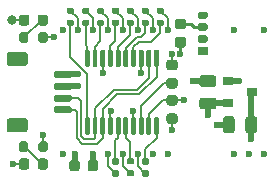
<source format=gbr>
%TF.GenerationSoftware,KiCad,Pcbnew,5.1.8-db9833491~87~ubuntu20.04.1*%
%TF.CreationDate,2020-11-05T18:03:58+01:00*%
%TF.ProjectId,rosalyn-sat,726f7361-6c79-46e2-9d73-61742e6b6963,v1.0*%
%TF.SameCoordinates,Original*%
%TF.FileFunction,Copper,L1,Top*%
%TF.FilePolarity,Positive*%
%FSLAX46Y46*%
G04 Gerber Fmt 4.6, Leading zero omitted, Abs format (unit mm)*
G04 Created by KiCad (PCBNEW 5.1.8-db9833491~87~ubuntu20.04.1) date 2020-11-05 18:03:58*
%MOMM*%
%LPD*%
G01*
G04 APERTURE LIST*
%TA.AperFunction,ComponentPad*%
%ADD10R,0.850000X0.650000*%
%TD*%
%TA.AperFunction,SMDPad,CuDef*%
%ADD11R,0.900000X0.800000*%
%TD*%
%TA.AperFunction,ViaPad*%
%ADD12C,0.600000*%
%TD*%
%TA.AperFunction,ViaPad*%
%ADD13C,0.800000*%
%TD*%
%TA.AperFunction,Conductor*%
%ADD14C,0.200000*%
%TD*%
%TA.AperFunction,Conductor*%
%ADD15C,0.500000*%
%TD*%
%TA.AperFunction,Conductor*%
%ADD16C,0.250000*%
%TD*%
G04 APERTURE END LIST*
%TO.P,J2,1*%
%TO.N,+5V*%
%TA.AperFunction,SMDPad,CuDef*%
G36*
G01*
X129375000Y-99200000D02*
X130625000Y-99200000D01*
G75*
G02*
X130775000Y-99350000I0J-150000D01*
G01*
X130775000Y-99650000D01*
G75*
G02*
X130625000Y-99800000I-150000J0D01*
G01*
X129375000Y-99800000D01*
G75*
G02*
X129225000Y-99650000I0J150000D01*
G01*
X129225000Y-99350000D01*
G75*
G02*
X129375000Y-99200000I150000J0D01*
G01*
G37*
%TD.AperFunction*%
%TO.P,J2,2*%
%TO.N,GND*%
%TA.AperFunction,SMDPad,CuDef*%
G36*
G01*
X129375000Y-100200000D02*
X130625000Y-100200000D01*
G75*
G02*
X130775000Y-100350000I0J-150000D01*
G01*
X130775000Y-100650000D01*
G75*
G02*
X130625000Y-100800000I-150000J0D01*
G01*
X129375000Y-100800000D01*
G75*
G02*
X129225000Y-100650000I0J150000D01*
G01*
X129225000Y-100350000D01*
G75*
G02*
X129375000Y-100200000I150000J0D01*
G01*
G37*
%TD.AperFunction*%
%TO.P,J2,3*%
%TO.N,i2c_scl*%
%TA.AperFunction,SMDPad,CuDef*%
G36*
G01*
X129375000Y-101200000D02*
X130625000Y-101200000D01*
G75*
G02*
X130775000Y-101350000I0J-150000D01*
G01*
X130775000Y-101650000D01*
G75*
G02*
X130625000Y-101800000I-150000J0D01*
G01*
X129375000Y-101800000D01*
G75*
G02*
X129225000Y-101650000I0J150000D01*
G01*
X129225000Y-101350000D01*
G75*
G02*
X129375000Y-101200000I150000J0D01*
G01*
G37*
%TD.AperFunction*%
%TO.P,J2,4*%
%TO.N,i2c_sda*%
%TA.AperFunction,SMDPad,CuDef*%
G36*
G01*
X129375000Y-102200000D02*
X130625000Y-102200000D01*
G75*
G02*
X130775000Y-102350000I0J-150000D01*
G01*
X130775000Y-102650000D01*
G75*
G02*
X130625000Y-102800000I-150000J0D01*
G01*
X129375000Y-102800000D01*
G75*
G02*
X129225000Y-102650000I0J150000D01*
G01*
X129225000Y-102350000D01*
G75*
G02*
X129375000Y-102200000I150000J0D01*
G01*
G37*
%TD.AperFunction*%
%TO.P,J2,MP*%
%TO.N,N/C*%
%TA.AperFunction,SMDPad,CuDef*%
G36*
G01*
X125474999Y-97600000D02*
X126775001Y-97600000D01*
G75*
G02*
X127025000Y-97849999I0J-249999D01*
G01*
X127025000Y-98550001D01*
G75*
G02*
X126775001Y-98800000I-249999J0D01*
G01*
X125474999Y-98800000D01*
G75*
G02*
X125225000Y-98550001I0J249999D01*
G01*
X125225000Y-97849999D01*
G75*
G02*
X125474999Y-97600000I249999J0D01*
G01*
G37*
%TD.AperFunction*%
%TA.AperFunction,SMDPad,CuDef*%
G36*
G01*
X125474999Y-103200000D02*
X126775001Y-103200000D01*
G75*
G02*
X127025000Y-103449999I0J-249999D01*
G01*
X127025000Y-104150001D01*
G75*
G02*
X126775001Y-104400000I-249999J0D01*
G01*
X125474999Y-104400000D01*
G75*
G02*
X125225000Y-104150001I0J249999D01*
G01*
X125225000Y-103449999D01*
G75*
G02*
X125474999Y-103200000I249999J0D01*
G01*
G37*
%TD.AperFunction*%
%TD*%
%TO.P,J1,4*%
%TO.N,hmi_error*%
%TA.AperFunction,ComponentPad*%
G36*
G01*
X142255000Y-94337500D02*
X142255000Y-94662500D01*
G75*
G02*
X142092500Y-94825000I-162500J0D01*
G01*
X141567500Y-94825000D01*
G75*
G02*
X141405000Y-94662500I0J162500D01*
G01*
X141405000Y-94337500D01*
G75*
G02*
X141567500Y-94175000I162500J0D01*
G01*
X142092500Y-94175000D01*
G75*
G02*
X142255000Y-94337500I0J-162500D01*
G01*
G37*
%TD.AperFunction*%
%TO.P,J1,3*%
%TO.N,nrst*%
%TA.AperFunction,ComponentPad*%
G36*
G01*
X142255000Y-95337500D02*
X142255000Y-95662500D01*
G75*
G02*
X142092500Y-95825000I-162500J0D01*
G01*
X141567500Y-95825000D01*
G75*
G02*
X141405000Y-95662500I0J162500D01*
G01*
X141405000Y-95337500D01*
G75*
G02*
X141567500Y-95175000I162500J0D01*
G01*
X142092500Y-95175000D01*
G75*
G02*
X142255000Y-95337500I0J-162500D01*
G01*
G37*
%TD.AperFunction*%
%TO.P,J1,2*%
%TO.N,GND*%
%TA.AperFunction,ComponentPad*%
G36*
G01*
X142255000Y-96337500D02*
X142255000Y-96662500D01*
G75*
G02*
X142092500Y-96825000I-162500J0D01*
G01*
X141567500Y-96825000D01*
G75*
G02*
X141405000Y-96662500I0J162500D01*
G01*
X141405000Y-96337500D01*
G75*
G02*
X141567500Y-96175000I162500J0D01*
G01*
X142092500Y-96175000D01*
G75*
G02*
X142255000Y-96337500I0J-162500D01*
G01*
G37*
%TD.AperFunction*%
D10*
%TO.P,J1,1*%
%TO.N,+5V*%
X141830000Y-97500000D03*
%TD*%
%TO.P,R12,2*%
%TO.N,Net-(D2-Pad1)*%
%TA.AperFunction,SMDPad,CuDef*%
G36*
G01*
X127075000Y-96095000D02*
X127075000Y-96645000D01*
G75*
G02*
X126875000Y-96845000I-200000J0D01*
G01*
X126475000Y-96845000D01*
G75*
G02*
X126275000Y-96645000I0J200000D01*
G01*
X126275000Y-96095000D01*
G75*
G02*
X126475000Y-95895000I200000J0D01*
G01*
X126875000Y-95895000D01*
G75*
G02*
X127075000Y-96095000I0J-200000D01*
G01*
G37*
%TD.AperFunction*%
%TO.P,R12,1*%
%TO.N,hmi_error*%
%TA.AperFunction,SMDPad,CuDef*%
G36*
G01*
X128725000Y-96095000D02*
X128725000Y-96645000D01*
G75*
G02*
X128525000Y-96845000I-200000J0D01*
G01*
X128125000Y-96845000D01*
G75*
G02*
X127925000Y-96645000I0J200000D01*
G01*
X127925000Y-96095000D01*
G75*
G02*
X128125000Y-95895000I200000J0D01*
G01*
X128525000Y-95895000D01*
G75*
G02*
X128725000Y-96095000I0J-200000D01*
G01*
G37*
%TD.AperFunction*%
%TD*%
%TO.P,D2,2*%
%TO.N,+5V*%
%TA.AperFunction,SMDPad,CuDef*%
G36*
G01*
X127150000Y-94643750D02*
X127150000Y-95156250D01*
G75*
G02*
X126931250Y-95375000I-218750J0D01*
G01*
X126493750Y-95375000D01*
G75*
G02*
X126275000Y-95156250I0J218750D01*
G01*
X126275000Y-94643750D01*
G75*
G02*
X126493750Y-94425000I218750J0D01*
G01*
X126931250Y-94425000D01*
G75*
G02*
X127150000Y-94643750I0J-218750D01*
G01*
G37*
%TD.AperFunction*%
%TO.P,D2,1*%
%TO.N,Net-(D2-Pad1)*%
%TA.AperFunction,SMDPad,CuDef*%
G36*
G01*
X128725000Y-94643750D02*
X128725000Y-95156250D01*
G75*
G02*
X128506250Y-95375000I-218750J0D01*
G01*
X128068750Y-95375000D01*
G75*
G02*
X127850000Y-95156250I0J218750D01*
G01*
X127850000Y-94643750D01*
G75*
G02*
X128068750Y-94425000I218750J0D01*
G01*
X128506250Y-94425000D01*
G75*
G02*
X128725000Y-94643750I0J-218750D01*
G01*
G37*
%TD.AperFunction*%
%TD*%
%TO.P,R11,2*%
%TO.N,Net-(D1-Pad1)*%
%TA.AperFunction,SMDPad,CuDef*%
G36*
G01*
X127075000Y-105355000D02*
X127075000Y-105905000D01*
G75*
G02*
X126875000Y-106105000I-200000J0D01*
G01*
X126475000Y-106105000D01*
G75*
G02*
X126275000Y-105905000I0J200000D01*
G01*
X126275000Y-105355000D01*
G75*
G02*
X126475000Y-105155000I200000J0D01*
G01*
X126875000Y-105155000D01*
G75*
G02*
X127075000Y-105355000I0J-200000D01*
G01*
G37*
%TD.AperFunction*%
%TO.P,R11,1*%
%TO.N,hmi_status*%
%TA.AperFunction,SMDPad,CuDef*%
G36*
G01*
X128725000Y-105355000D02*
X128725000Y-105905000D01*
G75*
G02*
X128525000Y-106105000I-200000J0D01*
G01*
X128125000Y-106105000D01*
G75*
G02*
X127925000Y-105905000I0J200000D01*
G01*
X127925000Y-105355000D01*
G75*
G02*
X128125000Y-105155000I200000J0D01*
G01*
X128525000Y-105155000D01*
G75*
G02*
X128725000Y-105355000I0J-200000D01*
G01*
G37*
%TD.AperFunction*%
%TD*%
%TO.P,D1,2*%
%TO.N,+5V*%
%TA.AperFunction,SMDPad,CuDef*%
G36*
G01*
X127150000Y-106833750D02*
X127150000Y-107346250D01*
G75*
G02*
X126931250Y-107565000I-218750J0D01*
G01*
X126493750Y-107565000D01*
G75*
G02*
X126275000Y-107346250I0J218750D01*
G01*
X126275000Y-106833750D01*
G75*
G02*
X126493750Y-106615000I218750J0D01*
G01*
X126931250Y-106615000D01*
G75*
G02*
X127150000Y-106833750I0J-218750D01*
G01*
G37*
%TD.AperFunction*%
%TO.P,D1,1*%
%TO.N,Net-(D1-Pad1)*%
%TA.AperFunction,SMDPad,CuDef*%
G36*
G01*
X128725000Y-106833750D02*
X128725000Y-107346250D01*
G75*
G02*
X128506250Y-107565000I-218750J0D01*
G01*
X128068750Y-107565000D01*
G75*
G02*
X127850000Y-107346250I0J218750D01*
G01*
X127850000Y-106833750D01*
G75*
G02*
X128068750Y-106615000I218750J0D01*
G01*
X128506250Y-106615000D01*
G75*
G02*
X128725000Y-106833750I0J-218750D01*
G01*
G37*
%TD.AperFunction*%
%TD*%
%TO.P,R10,2*%
%TO.N,Net-(R10-Pad2)*%
%TA.AperFunction,SMDPad,CuDef*%
G36*
G01*
X133365000Y-94390000D02*
X132995000Y-94390000D01*
G75*
G02*
X132860000Y-94255000I0J135000D01*
G01*
X132860000Y-93985000D01*
G75*
G02*
X132995000Y-93850000I135000J0D01*
G01*
X133365000Y-93850000D01*
G75*
G02*
X133500000Y-93985000I0J-135000D01*
G01*
X133500000Y-94255000D01*
G75*
G02*
X133365000Y-94390000I-135000J0D01*
G01*
G37*
%TD.AperFunction*%
%TO.P,R10,1*%
%TO.N,e22_nrst*%
%TA.AperFunction,SMDPad,CuDef*%
G36*
G01*
X133365000Y-95410000D02*
X132995000Y-95410000D01*
G75*
G02*
X132860000Y-95275000I0J135000D01*
G01*
X132860000Y-95005000D01*
G75*
G02*
X132995000Y-94870000I135000J0D01*
G01*
X133365000Y-94870000D01*
G75*
G02*
X133500000Y-95005000I0J-135000D01*
G01*
X133500000Y-95275000D01*
G75*
G02*
X133365000Y-95410000I-135000J0D01*
G01*
G37*
%TD.AperFunction*%
%TD*%
%TO.P,R9,2*%
%TO.N,Net-(R9-Pad2)*%
%TA.AperFunction,SMDPad,CuDef*%
G36*
G01*
X132105000Y-94380000D02*
X131735000Y-94380000D01*
G75*
G02*
X131600000Y-94245000I0J135000D01*
G01*
X131600000Y-93975000D01*
G75*
G02*
X131735000Y-93840000I135000J0D01*
G01*
X132105000Y-93840000D01*
G75*
G02*
X132240000Y-93975000I0J-135000D01*
G01*
X132240000Y-94245000D01*
G75*
G02*
X132105000Y-94380000I-135000J0D01*
G01*
G37*
%TD.AperFunction*%
%TO.P,R9,1*%
%TO.N,e22_busy*%
%TA.AperFunction,SMDPad,CuDef*%
G36*
G01*
X132105000Y-95400000D02*
X131735000Y-95400000D01*
G75*
G02*
X131600000Y-95265000I0J135000D01*
G01*
X131600000Y-94995000D01*
G75*
G02*
X131735000Y-94860000I135000J0D01*
G01*
X132105000Y-94860000D01*
G75*
G02*
X132240000Y-94995000I0J-135000D01*
G01*
X132240000Y-95265000D01*
G75*
G02*
X132105000Y-95400000I-135000J0D01*
G01*
G37*
%TD.AperFunction*%
%TD*%
%TO.P,R8,2*%
%TO.N,Net-(R8-Pad2)*%
%TA.AperFunction,SMDPad,CuDef*%
G36*
G01*
X134255000Y-107610000D02*
X134625000Y-107610000D01*
G75*
G02*
X134760000Y-107745000I0J-135000D01*
G01*
X134760000Y-108015000D01*
G75*
G02*
X134625000Y-108150000I-135000J0D01*
G01*
X134255000Y-108150000D01*
G75*
G02*
X134120000Y-108015000I0J135000D01*
G01*
X134120000Y-107745000D01*
G75*
G02*
X134255000Y-107610000I135000J0D01*
G01*
G37*
%TD.AperFunction*%
%TO.P,R8,1*%
%TO.N,e22_dio2*%
%TA.AperFunction,SMDPad,CuDef*%
G36*
G01*
X134255000Y-106590000D02*
X134625000Y-106590000D01*
G75*
G02*
X134760000Y-106725000I0J-135000D01*
G01*
X134760000Y-106995000D01*
G75*
G02*
X134625000Y-107130000I-135000J0D01*
G01*
X134255000Y-107130000D01*
G75*
G02*
X134120000Y-106995000I0J135000D01*
G01*
X134120000Y-106725000D01*
G75*
G02*
X134255000Y-106590000I135000J0D01*
G01*
G37*
%TD.AperFunction*%
%TD*%
%TO.P,R7,2*%
%TO.N,Net-(R7-Pad2)*%
%TA.AperFunction,SMDPad,CuDef*%
G36*
G01*
X130815000Y-94390000D02*
X130445000Y-94390000D01*
G75*
G02*
X130310000Y-94255000I0J135000D01*
G01*
X130310000Y-93985000D01*
G75*
G02*
X130445000Y-93850000I135000J0D01*
G01*
X130815000Y-93850000D01*
G75*
G02*
X130950000Y-93985000I0J-135000D01*
G01*
X130950000Y-94255000D01*
G75*
G02*
X130815000Y-94390000I-135000J0D01*
G01*
G37*
%TD.AperFunction*%
%TO.P,R7,1*%
%TO.N,e22_dio1*%
%TA.AperFunction,SMDPad,CuDef*%
G36*
G01*
X130815000Y-95410000D02*
X130445000Y-95410000D01*
G75*
G02*
X130310000Y-95275000I0J135000D01*
G01*
X130310000Y-95005000D01*
G75*
G02*
X130445000Y-94870000I135000J0D01*
G01*
X130815000Y-94870000D01*
G75*
G02*
X130950000Y-95005000I0J-135000D01*
G01*
X130950000Y-95275000D01*
G75*
G02*
X130815000Y-95410000I-135000J0D01*
G01*
G37*
%TD.AperFunction*%
%TD*%
%TO.P,R6,2*%
%TO.N,Net-(R6-Pad2)*%
%TA.AperFunction,SMDPad,CuDef*%
G36*
G01*
X135525000Y-107600000D02*
X135895000Y-107600000D01*
G75*
G02*
X136030000Y-107735000I0J-135000D01*
G01*
X136030000Y-108005000D01*
G75*
G02*
X135895000Y-108140000I-135000J0D01*
G01*
X135525000Y-108140000D01*
G75*
G02*
X135390000Y-108005000I0J135000D01*
G01*
X135390000Y-107735000D01*
G75*
G02*
X135525000Y-107600000I135000J0D01*
G01*
G37*
%TD.AperFunction*%
%TO.P,R6,1*%
%TO.N,e22_txen*%
%TA.AperFunction,SMDPad,CuDef*%
G36*
G01*
X135525000Y-106580000D02*
X135895000Y-106580000D01*
G75*
G02*
X136030000Y-106715000I0J-135000D01*
G01*
X136030000Y-106985000D01*
G75*
G02*
X135895000Y-107120000I-135000J0D01*
G01*
X135525000Y-107120000D01*
G75*
G02*
X135390000Y-106985000I0J135000D01*
G01*
X135390000Y-106715000D01*
G75*
G02*
X135525000Y-106580000I135000J0D01*
G01*
G37*
%TD.AperFunction*%
%TD*%
%TO.P,R5,2*%
%TO.N,Net-(R5-Pad2)*%
%TA.AperFunction,SMDPad,CuDef*%
G36*
G01*
X136795000Y-107620000D02*
X137165000Y-107620000D01*
G75*
G02*
X137300000Y-107755000I0J-135000D01*
G01*
X137300000Y-108025000D01*
G75*
G02*
X137165000Y-108160000I-135000J0D01*
G01*
X136795000Y-108160000D01*
G75*
G02*
X136660000Y-108025000I0J135000D01*
G01*
X136660000Y-107755000D01*
G75*
G02*
X136795000Y-107620000I135000J0D01*
G01*
G37*
%TD.AperFunction*%
%TO.P,R5,1*%
%TO.N,e22_rxen*%
%TA.AperFunction,SMDPad,CuDef*%
G36*
G01*
X136795000Y-106600000D02*
X137165000Y-106600000D01*
G75*
G02*
X137300000Y-106735000I0J-135000D01*
G01*
X137300000Y-107005000D01*
G75*
G02*
X137165000Y-107140000I-135000J0D01*
G01*
X136795000Y-107140000D01*
G75*
G02*
X136660000Y-107005000I0J135000D01*
G01*
X136660000Y-106735000D01*
G75*
G02*
X136795000Y-106600000I135000J0D01*
G01*
G37*
%TD.AperFunction*%
%TD*%
%TO.P,R4,2*%
%TO.N,spi_mosi*%
%TA.AperFunction,SMDPad,CuDef*%
G36*
G01*
X135525000Y-94870000D02*
X135895000Y-94870000D01*
G75*
G02*
X136030000Y-95005000I0J-135000D01*
G01*
X136030000Y-95275000D01*
G75*
G02*
X135895000Y-95410000I-135000J0D01*
G01*
X135525000Y-95410000D01*
G75*
G02*
X135390000Y-95275000I0J135000D01*
G01*
X135390000Y-95005000D01*
G75*
G02*
X135525000Y-94870000I135000J0D01*
G01*
G37*
%TD.AperFunction*%
%TO.P,R4,1*%
%TO.N,Net-(R4-Pad1)*%
%TA.AperFunction,SMDPad,CuDef*%
G36*
G01*
X135525000Y-93850000D02*
X135895000Y-93850000D01*
G75*
G02*
X136030000Y-93985000I0J-135000D01*
G01*
X136030000Y-94255000D01*
G75*
G02*
X135895000Y-94390000I-135000J0D01*
G01*
X135525000Y-94390000D01*
G75*
G02*
X135390000Y-94255000I0J135000D01*
G01*
X135390000Y-93985000D01*
G75*
G02*
X135525000Y-93850000I135000J0D01*
G01*
G37*
%TD.AperFunction*%
%TD*%
%TO.P,R3,2*%
%TO.N,spi_miso*%
%TA.AperFunction,SMDPad,CuDef*%
G36*
G01*
X134265000Y-94860000D02*
X134635000Y-94860000D01*
G75*
G02*
X134770000Y-94995000I0J-135000D01*
G01*
X134770000Y-95265000D01*
G75*
G02*
X134635000Y-95400000I-135000J0D01*
G01*
X134265000Y-95400000D01*
G75*
G02*
X134130000Y-95265000I0J135000D01*
G01*
X134130000Y-94995000D01*
G75*
G02*
X134265000Y-94860000I135000J0D01*
G01*
G37*
%TD.AperFunction*%
%TO.P,R3,1*%
%TO.N,Net-(R3-Pad1)*%
%TA.AperFunction,SMDPad,CuDef*%
G36*
G01*
X134265000Y-93840000D02*
X134635000Y-93840000D01*
G75*
G02*
X134770000Y-93975000I0J-135000D01*
G01*
X134770000Y-94245000D01*
G75*
G02*
X134635000Y-94380000I-135000J0D01*
G01*
X134265000Y-94380000D01*
G75*
G02*
X134130000Y-94245000I0J135000D01*
G01*
X134130000Y-93975000D01*
G75*
G02*
X134265000Y-93840000I135000J0D01*
G01*
G37*
%TD.AperFunction*%
%TD*%
%TO.P,R2,2*%
%TO.N,spi_sck*%
%TA.AperFunction,SMDPad,CuDef*%
G36*
G01*
X136795000Y-94860000D02*
X137165000Y-94860000D01*
G75*
G02*
X137300000Y-94995000I0J-135000D01*
G01*
X137300000Y-95265000D01*
G75*
G02*
X137165000Y-95400000I-135000J0D01*
G01*
X136795000Y-95400000D01*
G75*
G02*
X136660000Y-95265000I0J135000D01*
G01*
X136660000Y-94995000D01*
G75*
G02*
X136795000Y-94860000I135000J0D01*
G01*
G37*
%TD.AperFunction*%
%TO.P,R2,1*%
%TO.N,Net-(R2-Pad1)*%
%TA.AperFunction,SMDPad,CuDef*%
G36*
G01*
X136795000Y-93840000D02*
X137165000Y-93840000D01*
G75*
G02*
X137300000Y-93975000I0J-135000D01*
G01*
X137300000Y-94245000D01*
G75*
G02*
X137165000Y-94380000I-135000J0D01*
G01*
X136795000Y-94380000D01*
G75*
G02*
X136660000Y-94245000I0J135000D01*
G01*
X136660000Y-93975000D01*
G75*
G02*
X136795000Y-93840000I135000J0D01*
G01*
G37*
%TD.AperFunction*%
%TD*%
%TO.P,R1,2*%
%TO.N,e22_nss*%
%TA.AperFunction,SMDPad,CuDef*%
G36*
G01*
X138065000Y-94860000D02*
X138435000Y-94860000D01*
G75*
G02*
X138570000Y-94995000I0J-135000D01*
G01*
X138570000Y-95265000D01*
G75*
G02*
X138435000Y-95400000I-135000J0D01*
G01*
X138065000Y-95400000D01*
G75*
G02*
X137930000Y-95265000I0J135000D01*
G01*
X137930000Y-94995000D01*
G75*
G02*
X138065000Y-94860000I135000J0D01*
G01*
G37*
%TD.AperFunction*%
%TO.P,R1,1*%
%TO.N,Net-(R1-Pad1)*%
%TA.AperFunction,SMDPad,CuDef*%
G36*
G01*
X138065000Y-93840000D02*
X138435000Y-93840000D01*
G75*
G02*
X138570000Y-93975000I0J-135000D01*
G01*
X138570000Y-94245000D01*
G75*
G02*
X138435000Y-94380000I-135000J0D01*
G01*
X138065000Y-94380000D01*
G75*
G02*
X137930000Y-94245000I0J135000D01*
G01*
X137930000Y-93975000D01*
G75*
G02*
X138065000Y-93840000I135000J0D01*
G01*
G37*
%TD.AperFunction*%
%TD*%
%TO.P,C5,2*%
%TO.N,GND*%
%TA.AperFunction,SMDPad,CuDef*%
G36*
G01*
X131435000Y-106970000D02*
X131435000Y-107470000D01*
G75*
G02*
X131210000Y-107695000I-225000J0D01*
G01*
X130760000Y-107695000D01*
G75*
G02*
X130535000Y-107470000I0J225000D01*
G01*
X130535000Y-106970000D01*
G75*
G02*
X130760000Y-106745000I225000J0D01*
G01*
X131210000Y-106745000D01*
G75*
G02*
X131435000Y-106970000I0J-225000D01*
G01*
G37*
%TD.AperFunction*%
%TO.P,C5,1*%
%TO.N,+3V3*%
%TA.AperFunction,SMDPad,CuDef*%
G36*
G01*
X132985000Y-106970000D02*
X132985000Y-107470000D01*
G75*
G02*
X132760000Y-107695000I-225000J0D01*
G01*
X132310000Y-107695000D01*
G75*
G02*
X132085000Y-107470000I0J225000D01*
G01*
X132085000Y-106970000D01*
G75*
G02*
X132310000Y-106745000I225000J0D01*
G01*
X132760000Y-106745000D01*
G75*
G02*
X132985000Y-106970000I0J-225000D01*
G01*
G37*
%TD.AperFunction*%
%TD*%
%TO.P,C3,2*%
%TO.N,GND*%
%TA.AperFunction,SMDPad,CuDef*%
G36*
G01*
X144550000Y-103285000D02*
X144550000Y-104235000D01*
G75*
G02*
X144300000Y-104485000I-250000J0D01*
G01*
X143800000Y-104485000D01*
G75*
G02*
X143550000Y-104235000I0J250000D01*
G01*
X143550000Y-103285000D01*
G75*
G02*
X143800000Y-103035000I250000J0D01*
G01*
X144300000Y-103035000D01*
G75*
G02*
X144550000Y-103285000I0J-250000D01*
G01*
G37*
%TD.AperFunction*%
%TO.P,C3,1*%
%TO.N,+5V*%
%TA.AperFunction,SMDPad,CuDef*%
G36*
G01*
X146450000Y-103285000D02*
X146450000Y-104235000D01*
G75*
G02*
X146200000Y-104485000I-250000J0D01*
G01*
X145700000Y-104485000D01*
G75*
G02*
X145450000Y-104235000I0J250000D01*
G01*
X145450000Y-103285000D01*
G75*
G02*
X145700000Y-103035000I250000J0D01*
G01*
X146200000Y-103035000D01*
G75*
G02*
X146450000Y-103285000I0J-250000D01*
G01*
G37*
%TD.AperFunction*%
%TD*%
D11*
%TO.P,U3,3*%
%TO.N,+5V*%
X146000000Y-101000000D03*
%TO.P,U3,2*%
%TO.N,+3V3*%
X144000000Y-101950000D03*
%TO.P,U3,1*%
%TO.N,GND*%
X144000000Y-100050000D03*
%TD*%
%TO.P,C4,2*%
%TO.N,GND*%
%TA.AperFunction,SMDPad,CuDef*%
G36*
G01*
X142745000Y-100560000D02*
X141795000Y-100560000D01*
G75*
G02*
X141545000Y-100310000I0J250000D01*
G01*
X141545000Y-99810000D01*
G75*
G02*
X141795000Y-99560000I250000J0D01*
G01*
X142745000Y-99560000D01*
G75*
G02*
X142995000Y-99810000I0J-250000D01*
G01*
X142995000Y-100310000D01*
G75*
G02*
X142745000Y-100560000I-250000J0D01*
G01*
G37*
%TD.AperFunction*%
%TO.P,C4,1*%
%TO.N,+3V3*%
%TA.AperFunction,SMDPad,CuDef*%
G36*
G01*
X142745000Y-102460000D02*
X141795000Y-102460000D01*
G75*
G02*
X141545000Y-102210000I0J250000D01*
G01*
X141545000Y-101710000D01*
G75*
G02*
X141795000Y-101460000I250000J0D01*
G01*
X142745000Y-101460000D01*
G75*
G02*
X142995000Y-101710000I0J-250000D01*
G01*
X142995000Y-102210000D01*
G75*
G02*
X142745000Y-102460000I-250000J0D01*
G01*
G37*
%TD.AperFunction*%
%TD*%
%TO.P,C2,2*%
%TO.N,GND*%
%TA.AperFunction,SMDPad,CuDef*%
G36*
G01*
X138990000Y-102795000D02*
X139490000Y-102795000D01*
G75*
G02*
X139715000Y-103020000I0J-225000D01*
G01*
X139715000Y-103470000D01*
G75*
G02*
X139490000Y-103695000I-225000J0D01*
G01*
X138990000Y-103695000D01*
G75*
G02*
X138765000Y-103470000I0J225000D01*
G01*
X138765000Y-103020000D01*
G75*
G02*
X138990000Y-102795000I225000J0D01*
G01*
G37*
%TD.AperFunction*%
%TO.P,C2,1*%
%TO.N,+5V*%
%TA.AperFunction,SMDPad,CuDef*%
G36*
G01*
X138990000Y-101245000D02*
X139490000Y-101245000D01*
G75*
G02*
X139715000Y-101470000I0J-225000D01*
G01*
X139715000Y-101920000D01*
G75*
G02*
X139490000Y-102145000I-225000J0D01*
G01*
X138990000Y-102145000D01*
G75*
G02*
X138765000Y-101920000I0J225000D01*
G01*
X138765000Y-101470000D01*
G75*
G02*
X138990000Y-101245000I225000J0D01*
G01*
G37*
%TD.AperFunction*%
%TD*%
%TO.P,C1,2*%
%TO.N,GND*%
%TA.AperFunction,SMDPad,CuDef*%
G36*
G01*
X139490000Y-99145000D02*
X138990000Y-99145000D01*
G75*
G02*
X138765000Y-98920000I0J225000D01*
G01*
X138765000Y-98470000D01*
G75*
G02*
X138990000Y-98245000I225000J0D01*
G01*
X139490000Y-98245000D01*
G75*
G02*
X139715000Y-98470000I0J-225000D01*
G01*
X139715000Y-98920000D01*
G75*
G02*
X139490000Y-99145000I-225000J0D01*
G01*
G37*
%TD.AperFunction*%
%TO.P,C1,1*%
%TO.N,vcap*%
%TA.AperFunction,SMDPad,CuDef*%
G36*
G01*
X139490000Y-100695000D02*
X138990000Y-100695000D01*
G75*
G02*
X138765000Y-100470000I0J225000D01*
G01*
X138765000Y-100020000D01*
G75*
G02*
X138990000Y-99795000I225000J0D01*
G01*
X139490000Y-99795000D01*
G75*
G02*
X139715000Y-100020000I0J-225000D01*
G01*
X139715000Y-100470000D01*
G75*
G02*
X139490000Y-100695000I-225000J0D01*
G01*
G37*
%TD.AperFunction*%
%TD*%
%TO.P,U1,1*%
%TO.N,e22_dio1*%
%TA.AperFunction,SMDPad,CuDef*%
G36*
G01*
X132175000Y-104600000D02*
X131975000Y-104600000D01*
G75*
G02*
X131875000Y-104500000I0J100000D01*
G01*
X131875000Y-103225000D01*
G75*
G02*
X131975000Y-103125000I100000J0D01*
G01*
X132175000Y-103125000D01*
G75*
G02*
X132275000Y-103225000I0J-100000D01*
G01*
X132275000Y-104500000D01*
G75*
G02*
X132175000Y-104600000I-100000J0D01*
G01*
G37*
%TD.AperFunction*%
%TO.P,U1,2*%
%TO.N,i2c_scl*%
%TA.AperFunction,SMDPad,CuDef*%
G36*
G01*
X132825000Y-104600000D02*
X132625000Y-104600000D01*
G75*
G02*
X132525000Y-104500000I0J100000D01*
G01*
X132525000Y-103225000D01*
G75*
G02*
X132625000Y-103125000I100000J0D01*
G01*
X132825000Y-103125000D01*
G75*
G02*
X132925000Y-103225000I0J-100000D01*
G01*
X132925000Y-104500000D01*
G75*
G02*
X132825000Y-104600000I-100000J0D01*
G01*
G37*
%TD.AperFunction*%
%TO.P,U1,3*%
%TO.N,i2c_sda*%
%TA.AperFunction,SMDPad,CuDef*%
G36*
G01*
X133475000Y-104600000D02*
X133275000Y-104600000D01*
G75*
G02*
X133175000Y-104500000I0J100000D01*
G01*
X133175000Y-103225000D01*
G75*
G02*
X133275000Y-103125000I100000J0D01*
G01*
X133475000Y-103125000D01*
G75*
G02*
X133575000Y-103225000I0J-100000D01*
G01*
X133575000Y-104500000D01*
G75*
G02*
X133475000Y-104600000I-100000J0D01*
G01*
G37*
%TD.AperFunction*%
%TO.P,U1,4*%
%TO.N,nrst*%
%TA.AperFunction,SMDPad,CuDef*%
G36*
G01*
X134125000Y-104600000D02*
X133925000Y-104600000D01*
G75*
G02*
X133825000Y-104500000I0J100000D01*
G01*
X133825000Y-103225000D01*
G75*
G02*
X133925000Y-103125000I100000J0D01*
G01*
X134125000Y-103125000D01*
G75*
G02*
X134225000Y-103225000I0J-100000D01*
G01*
X134225000Y-104500000D01*
G75*
G02*
X134125000Y-104600000I-100000J0D01*
G01*
G37*
%TD.AperFunction*%
%TO.P,U1,5*%
%TO.N,e22_dio2*%
%TA.AperFunction,SMDPad,CuDef*%
G36*
G01*
X134775000Y-104600000D02*
X134575000Y-104600000D01*
G75*
G02*
X134475000Y-104500000I0J100000D01*
G01*
X134475000Y-103225000D01*
G75*
G02*
X134575000Y-103125000I100000J0D01*
G01*
X134775000Y-103125000D01*
G75*
G02*
X134875000Y-103225000I0J-100000D01*
G01*
X134875000Y-104500000D01*
G75*
G02*
X134775000Y-104600000I-100000J0D01*
G01*
G37*
%TD.AperFunction*%
%TO.P,U1,6*%
%TO.N,e22_txen*%
%TA.AperFunction,SMDPad,CuDef*%
G36*
G01*
X135425000Y-104600000D02*
X135225000Y-104600000D01*
G75*
G02*
X135125000Y-104500000I0J100000D01*
G01*
X135125000Y-103225000D01*
G75*
G02*
X135225000Y-103125000I100000J0D01*
G01*
X135425000Y-103125000D01*
G75*
G02*
X135525000Y-103225000I0J-100000D01*
G01*
X135525000Y-104500000D01*
G75*
G02*
X135425000Y-104600000I-100000J0D01*
G01*
G37*
%TD.AperFunction*%
%TO.P,U1,7*%
%TO.N,GND*%
%TA.AperFunction,SMDPad,CuDef*%
G36*
G01*
X136075000Y-104600000D02*
X135875000Y-104600000D01*
G75*
G02*
X135775000Y-104500000I0J100000D01*
G01*
X135775000Y-103225000D01*
G75*
G02*
X135875000Y-103125000I100000J0D01*
G01*
X136075000Y-103125000D01*
G75*
G02*
X136175000Y-103225000I0J-100000D01*
G01*
X136175000Y-104500000D01*
G75*
G02*
X136075000Y-104600000I-100000J0D01*
G01*
G37*
%TD.AperFunction*%
%TO.P,U1,8*%
%TO.N,vcap*%
%TA.AperFunction,SMDPad,CuDef*%
G36*
G01*
X136725000Y-104600000D02*
X136525000Y-104600000D01*
G75*
G02*
X136425000Y-104500000I0J100000D01*
G01*
X136425000Y-103225000D01*
G75*
G02*
X136525000Y-103125000I100000J0D01*
G01*
X136725000Y-103125000D01*
G75*
G02*
X136825000Y-103225000I0J-100000D01*
G01*
X136825000Y-104500000D01*
G75*
G02*
X136725000Y-104600000I-100000J0D01*
G01*
G37*
%TD.AperFunction*%
%TO.P,U1,9*%
%TO.N,+5V*%
%TA.AperFunction,SMDPad,CuDef*%
G36*
G01*
X137375000Y-104600000D02*
X137175000Y-104600000D01*
G75*
G02*
X137075000Y-104500000I0J100000D01*
G01*
X137075000Y-103225000D01*
G75*
G02*
X137175000Y-103125000I100000J0D01*
G01*
X137375000Y-103125000D01*
G75*
G02*
X137475000Y-103225000I0J-100000D01*
G01*
X137475000Y-104500000D01*
G75*
G02*
X137375000Y-104600000I-100000J0D01*
G01*
G37*
%TD.AperFunction*%
%TO.P,U1,10*%
%TO.N,e22_rxen*%
%TA.AperFunction,SMDPad,CuDef*%
G36*
G01*
X138025000Y-104600000D02*
X137825000Y-104600000D01*
G75*
G02*
X137725000Y-104500000I0J100000D01*
G01*
X137725000Y-103225000D01*
G75*
G02*
X137825000Y-103125000I100000J0D01*
G01*
X138025000Y-103125000D01*
G75*
G02*
X138125000Y-103225000I0J-100000D01*
G01*
X138125000Y-104500000D01*
G75*
G02*
X138025000Y-104600000I-100000J0D01*
G01*
G37*
%TD.AperFunction*%
%TO.P,U1,11*%
%TO.N,i2c_sda*%
%TA.AperFunction,SMDPad,CuDef*%
G36*
G01*
X138025000Y-98875000D02*
X137825000Y-98875000D01*
G75*
G02*
X137725000Y-98775000I0J100000D01*
G01*
X137725000Y-97500000D01*
G75*
G02*
X137825000Y-97400000I100000J0D01*
G01*
X138025000Y-97400000D01*
G75*
G02*
X138125000Y-97500000I0J-100000D01*
G01*
X138125000Y-98775000D01*
G75*
G02*
X138025000Y-98875000I-100000J0D01*
G01*
G37*
%TD.AperFunction*%
%TO.P,U1,12*%
%TO.N,i2c_scl*%
%TA.AperFunction,SMDPad,CuDef*%
G36*
G01*
X137375000Y-98875000D02*
X137175000Y-98875000D01*
G75*
G02*
X137075000Y-98775000I0J100000D01*
G01*
X137075000Y-97500000D01*
G75*
G02*
X137175000Y-97400000I100000J0D01*
G01*
X137375000Y-97400000D01*
G75*
G02*
X137475000Y-97500000I0J-100000D01*
G01*
X137475000Y-98775000D01*
G75*
G02*
X137375000Y-98875000I-100000J0D01*
G01*
G37*
%TD.AperFunction*%
%TO.P,U1,13*%
%TO.N,hmi_status*%
%TA.AperFunction,SMDPad,CuDef*%
G36*
G01*
X136725000Y-98875000D02*
X136525000Y-98875000D01*
G75*
G02*
X136425000Y-98775000I0J100000D01*
G01*
X136425000Y-97500000D01*
G75*
G02*
X136525000Y-97400000I100000J0D01*
G01*
X136725000Y-97400000D01*
G75*
G02*
X136825000Y-97500000I0J-100000D01*
G01*
X136825000Y-98775000D01*
G75*
G02*
X136725000Y-98875000I-100000J0D01*
G01*
G37*
%TD.AperFunction*%
%TO.P,U1,14*%
%TO.N,e22_nss*%
%TA.AperFunction,SMDPad,CuDef*%
G36*
G01*
X136075000Y-98875000D02*
X135875000Y-98875000D01*
G75*
G02*
X135775000Y-98775000I0J100000D01*
G01*
X135775000Y-97500000D01*
G75*
G02*
X135875000Y-97400000I100000J0D01*
G01*
X136075000Y-97400000D01*
G75*
G02*
X136175000Y-97500000I0J-100000D01*
G01*
X136175000Y-98775000D01*
G75*
G02*
X136075000Y-98875000I-100000J0D01*
G01*
G37*
%TD.AperFunction*%
%TO.P,U1,15*%
%TO.N,spi_sck*%
%TA.AperFunction,SMDPad,CuDef*%
G36*
G01*
X135425000Y-98875000D02*
X135225000Y-98875000D01*
G75*
G02*
X135125000Y-98775000I0J100000D01*
G01*
X135125000Y-97500000D01*
G75*
G02*
X135225000Y-97400000I100000J0D01*
G01*
X135425000Y-97400000D01*
G75*
G02*
X135525000Y-97500000I0J-100000D01*
G01*
X135525000Y-98775000D01*
G75*
G02*
X135425000Y-98875000I-100000J0D01*
G01*
G37*
%TD.AperFunction*%
%TO.P,U1,16*%
%TO.N,spi_mosi*%
%TA.AperFunction,SMDPad,CuDef*%
G36*
G01*
X134775000Y-98875000D02*
X134575000Y-98875000D01*
G75*
G02*
X134475000Y-98775000I0J100000D01*
G01*
X134475000Y-97500000D01*
G75*
G02*
X134575000Y-97400000I100000J0D01*
G01*
X134775000Y-97400000D01*
G75*
G02*
X134875000Y-97500000I0J-100000D01*
G01*
X134875000Y-98775000D01*
G75*
G02*
X134775000Y-98875000I-100000J0D01*
G01*
G37*
%TD.AperFunction*%
%TO.P,U1,17*%
%TO.N,spi_miso*%
%TA.AperFunction,SMDPad,CuDef*%
G36*
G01*
X134125000Y-98875000D02*
X133925000Y-98875000D01*
G75*
G02*
X133825000Y-98775000I0J100000D01*
G01*
X133825000Y-97500000D01*
G75*
G02*
X133925000Y-97400000I100000J0D01*
G01*
X134125000Y-97400000D01*
G75*
G02*
X134225000Y-97500000I0J-100000D01*
G01*
X134225000Y-98775000D01*
G75*
G02*
X134125000Y-98875000I-100000J0D01*
G01*
G37*
%TD.AperFunction*%
%TO.P,U1,18*%
%TO.N,hmi_error*%
%TA.AperFunction,SMDPad,CuDef*%
G36*
G01*
X133475000Y-98875000D02*
X133275000Y-98875000D01*
G75*
G02*
X133175000Y-98775000I0J100000D01*
G01*
X133175000Y-97500000D01*
G75*
G02*
X133275000Y-97400000I100000J0D01*
G01*
X133475000Y-97400000D01*
G75*
G02*
X133575000Y-97500000I0J-100000D01*
G01*
X133575000Y-98775000D01*
G75*
G02*
X133475000Y-98875000I-100000J0D01*
G01*
G37*
%TD.AperFunction*%
%TO.P,U1,19*%
%TO.N,e22_nrst*%
%TA.AperFunction,SMDPad,CuDef*%
G36*
G01*
X132825000Y-98875000D02*
X132625000Y-98875000D01*
G75*
G02*
X132525000Y-98775000I0J100000D01*
G01*
X132525000Y-97500000D01*
G75*
G02*
X132625000Y-97400000I100000J0D01*
G01*
X132825000Y-97400000D01*
G75*
G02*
X132925000Y-97500000I0J-100000D01*
G01*
X132925000Y-98775000D01*
G75*
G02*
X132825000Y-98875000I-100000J0D01*
G01*
G37*
%TD.AperFunction*%
%TO.P,U1,20*%
%TO.N,e22_busy*%
%TA.AperFunction,SMDPad,CuDef*%
G36*
G01*
X132175000Y-98875000D02*
X131975000Y-98875000D01*
G75*
G02*
X131875000Y-98775000I0J100000D01*
G01*
X131875000Y-97500000D01*
G75*
G02*
X131975000Y-97400000I100000J0D01*
G01*
X132175000Y-97400000D01*
G75*
G02*
X132275000Y-97500000I0J-100000D01*
G01*
X132275000Y-98775000D01*
G75*
G02*
X132175000Y-98875000I-100000J0D01*
G01*
G37*
%TD.AperFunction*%
%TD*%
%TO.P,C6,1*%
%TO.N,nrst*%
%TA.AperFunction,SMDPad,CuDef*%
G36*
G01*
X139700000Y-94775000D02*
X140200000Y-94775000D01*
G75*
G02*
X140425000Y-95000000I0J-225000D01*
G01*
X140425000Y-95450000D01*
G75*
G02*
X140200000Y-95675000I-225000J0D01*
G01*
X139700000Y-95675000D01*
G75*
G02*
X139475000Y-95450000I0J225000D01*
G01*
X139475000Y-95000000D01*
G75*
G02*
X139700000Y-94775000I225000J0D01*
G01*
G37*
%TD.AperFunction*%
%TO.P,C6,2*%
%TO.N,GND*%
%TA.AperFunction,SMDPad,CuDef*%
G36*
G01*
X139700000Y-96325000D02*
X140200000Y-96325000D01*
G75*
G02*
X140425000Y-96550000I0J-225000D01*
G01*
X140425000Y-97000000D01*
G75*
G02*
X140200000Y-97225000I-225000J0D01*
G01*
X139700000Y-97225000D01*
G75*
G02*
X139475000Y-97000000I0J225000D01*
G01*
X139475000Y-96550000D01*
G75*
G02*
X139700000Y-96325000I225000J0D01*
G01*
G37*
%TD.AperFunction*%
%TD*%
D12*
%TO.N,GND*%
X135970000Y-102619992D03*
X130000000Y-95750000D03*
X138890000Y-106249996D03*
X137620000Y-106260000D03*
X144460000Y-106250000D03*
X147000000Y-106250000D03*
X145730000Y-106250000D03*
X147000000Y-95750000D03*
X144460000Y-95750000D03*
X130990000Y-106240000D03*
X143050000Y-103760000D03*
X139254272Y-97764272D03*
X130000000Y-106250000D03*
X144950000Y-100049994D03*
X139240000Y-104200000D03*
X131280000Y-100500002D03*
X139950000Y-97730000D03*
X141050002Y-100050000D03*
%TO.N,+3V3*%
X132540000Y-106250000D03*
X142270006Y-102960000D03*
%TO.N,nrst*%
X134044265Y-102624265D03*
%TO.N,+5V*%
X140220000Y-101700000D03*
X125780000Y-107090000D03*
X145950000Y-104979998D03*
X131260006Y-99500000D03*
D13*
X125680000Y-94900000D03*
D12*
%TO.N,Net-(R1-Pad1)*%
X138890000Y-95750000D03*
%TO.N,Net-(R2-Pad1)*%
X137620000Y-95750000D03*
%TO.N,Net-(R3-Pad1)*%
X135080000Y-95750000D03*
%TO.N,Net-(R4-Pad1)*%
X136350000Y-95750000D03*
%TO.N,Net-(R5-Pad2)*%
X136350000Y-106249992D03*
%TO.N,Net-(R6-Pad2)*%
X135080000Y-106250000D03*
%TO.N,Net-(R7-Pad2)*%
X131270000Y-95750000D03*
%TO.N,Net-(R8-Pad2)*%
X133800000Y-106260000D03*
%TO.N,Net-(R9-Pad2)*%
X132540000Y-95759979D03*
%TO.N,Net-(R10-Pad2)*%
X133810000Y-95750000D03*
%TO.N,hmi_status*%
X136620000Y-99380000D03*
X128320000Y-104650000D03*
%TO.N,hmi_error*%
X133370000Y-99380000D03*
X129230000Y-96370000D03*
%TD*%
D14*
%TO.N,GND*%
X135975000Y-103862500D02*
X135975000Y-102624992D01*
X135975000Y-102624992D02*
X135970000Y-102619992D01*
X130985000Y-106245000D02*
X130990000Y-106240000D01*
D15*
X130985000Y-107220000D02*
X130985000Y-106245000D01*
D14*
X139240000Y-98695000D02*
X139240000Y-97778544D01*
X139240000Y-97778544D02*
X139254272Y-97764272D01*
D15*
X144050000Y-103760000D02*
X143050000Y-103760000D01*
X144000000Y-100050000D02*
X144949994Y-100050000D01*
D14*
X144949994Y-100050000D02*
X144950000Y-100049994D01*
X139240000Y-103245000D02*
X139240000Y-104200000D01*
D15*
X130000000Y-100500000D02*
X131279998Y-100500000D01*
D14*
X131279998Y-100500000D02*
X131280000Y-100500002D01*
D16*
X139950000Y-96775000D02*
X139950000Y-97730000D01*
D15*
X142270000Y-100060000D02*
X141060002Y-100060000D01*
X141060002Y-100060000D02*
X141050002Y-100050000D01*
D14*
%TO.N,spi_sck*%
X136233629Y-96359989D02*
X135325000Y-97268618D01*
X136980000Y-95130000D02*
X136980000Y-96008002D01*
X136980000Y-96008002D02*
X136628013Y-96359989D01*
X136628013Y-96359989D02*
X136233629Y-96359989D01*
X135325000Y-97268618D02*
X135325000Y-98137500D01*
%TO.N,spi_mosi*%
X135710000Y-96120000D02*
X134675000Y-97155000D01*
X134675000Y-97155000D02*
X134675000Y-98137500D01*
X135710000Y-95140000D02*
X135710000Y-96120000D01*
%TO.N,spi_miso*%
X134025000Y-97125000D02*
X134025000Y-98137500D01*
X134450000Y-96700000D02*
X134025000Y-97125000D01*
X134450000Y-95130000D02*
X134450000Y-96700000D01*
%TO.N,e22_rxen*%
X137925000Y-104875000D02*
X137925000Y-103862500D01*
X136980000Y-105820000D02*
X137925000Y-104875000D01*
X136980000Y-106870000D02*
X136980000Y-105820000D01*
%TO.N,e22_txen*%
X135325000Y-104855000D02*
X135325000Y-103862500D01*
X135710000Y-105240000D02*
X135325000Y-104855000D01*
X135710000Y-106850000D02*
X135710000Y-105240000D01*
%TO.N,e22_dio2*%
X134675000Y-104845000D02*
X134675000Y-103862500D01*
X134440000Y-105080000D02*
X134675000Y-104845000D01*
X134440000Y-106860000D02*
X134440000Y-105080000D01*
D15*
%TO.N,+3V3*%
X132540000Y-106250000D02*
X132540000Y-107215000D01*
D14*
X142280000Y-101950000D02*
X142270000Y-101960000D01*
D15*
X144000000Y-101950000D02*
X142280000Y-101950000D01*
X142270000Y-101960000D02*
X142270000Y-102959994D01*
D14*
X142270000Y-102959994D02*
X142270006Y-102960000D01*
%TO.N,e22_dio1*%
X132075000Y-99465000D02*
X132075000Y-103862500D01*
X130630000Y-98020000D02*
X132075000Y-99465000D01*
X130630000Y-95140000D02*
X130630000Y-98020000D01*
%TO.N,e22_busy*%
X132075000Y-97145000D02*
X132075000Y-98137500D01*
X131920000Y-96990000D02*
X132075000Y-97145000D01*
X131920000Y-95130000D02*
X131920000Y-96990000D01*
%TO.N,e22_nrst*%
X132725000Y-97135000D02*
X132725000Y-98137500D01*
X133180000Y-96680000D02*
X132725000Y-97135000D01*
X133180000Y-95140000D02*
X133180000Y-96680000D01*
%TO.N,e22_nss*%
X135975000Y-98137500D02*
X136010000Y-98102500D01*
X135975000Y-97184318D02*
X135975000Y-98137500D01*
X138250000Y-95130000D02*
X138250000Y-96008002D01*
X138250000Y-96008002D02*
X137498002Y-96760000D01*
X136399318Y-96760000D02*
X135975000Y-97184318D01*
X137498002Y-96760000D02*
X136399318Y-96760000D01*
%TO.N,nrst*%
X134025000Y-102643530D02*
X134044265Y-102624265D01*
X134025000Y-103862500D02*
X134025000Y-102643530D01*
D16*
X141830000Y-95500000D02*
X141080000Y-95500000D01*
X140805000Y-95225000D02*
X139950000Y-95225000D01*
X141080000Y-95500000D02*
X140805000Y-95225000D01*
D14*
%TO.N,vcap*%
X136625000Y-103181488D02*
X136625000Y-103862500D01*
X136625000Y-102165000D02*
X136625000Y-103862500D01*
X138545000Y-100245000D02*
X136625000Y-102165000D01*
X139240000Y-100245000D02*
X138545000Y-100245000D01*
%TO.N,+5V*%
X140215000Y-101695000D02*
X140220000Y-101700000D01*
X139240000Y-101695000D02*
X140215000Y-101695000D01*
X138465000Y-101695000D02*
X139240000Y-101695000D01*
X137275000Y-102885000D02*
X138465000Y-101695000D01*
X137275000Y-103862500D02*
X137275000Y-102885000D01*
D16*
X145950000Y-101050000D02*
X146000000Y-101000000D01*
D15*
X145950000Y-103760000D02*
X145950000Y-101050000D01*
X145950000Y-103760000D02*
X145950000Y-104979998D01*
X130000000Y-99500000D02*
X131260006Y-99500000D01*
D14*
X126712500Y-94900000D02*
X125680000Y-94900000D01*
X126712500Y-107090000D02*
X125780000Y-107090000D01*
%TO.N,Net-(R1-Pad1)*%
X138890000Y-94750000D02*
X138890000Y-95750000D01*
X138250000Y-94110000D02*
X138890000Y-94750000D01*
%TO.N,Net-(R2-Pad1)*%
X137620000Y-94750000D02*
X137620000Y-95750000D01*
X136980000Y-94110000D02*
X137620000Y-94750000D01*
%TO.N,Net-(R3-Pad1)*%
X135080000Y-94740000D02*
X135080000Y-95750000D01*
X134450000Y-94110000D02*
X135080000Y-94740000D01*
%TO.N,Net-(R4-Pad1)*%
X136350000Y-94760000D02*
X136350000Y-95750000D01*
X135710000Y-94120000D02*
X136350000Y-94760000D01*
%TO.N,Net-(R5-Pad2)*%
X136350000Y-107260000D02*
X136350000Y-106249992D01*
X136980000Y-107890000D02*
X136350000Y-107260000D01*
%TO.N,Net-(R6-Pad2)*%
X135080000Y-107240000D02*
X135080000Y-106250000D01*
X135710000Y-107870000D02*
X135080000Y-107240000D01*
%TO.N,Net-(R7-Pad2)*%
X131270000Y-94760000D02*
X131270000Y-95750000D01*
X130630000Y-94120000D02*
X131270000Y-94760000D01*
%TO.N,Net-(R8-Pad2)*%
X133800000Y-107240000D02*
X133800000Y-106260000D01*
X134440000Y-107880000D02*
X133800000Y-107240000D01*
%TO.N,Net-(R9-Pad2)*%
X132550000Y-95769979D02*
X132540000Y-95759979D01*
X132540000Y-94730000D02*
X132540000Y-95759979D01*
X131920000Y-94110000D02*
X132540000Y-94730000D01*
%TO.N,Net-(R10-Pad2)*%
X133810000Y-94750000D02*
X133180000Y-94120000D01*
X133810000Y-95750000D02*
X133810000Y-94750000D01*
%TO.N,hmi_status*%
X136625000Y-99375000D02*
X136620000Y-99380000D01*
X136625000Y-98137500D02*
X136625000Y-99375000D01*
X128325000Y-105630000D02*
X128325000Y-104655000D01*
X128325000Y-104655000D02*
X128320000Y-104650000D01*
%TO.N,Net-(D1-Pad1)*%
X126760000Y-105630000D02*
X126675000Y-105630000D01*
X128220000Y-107090000D02*
X126760000Y-105630000D01*
X128287500Y-107090000D02*
X128220000Y-107090000D01*
%TO.N,i2c_sda*%
X136415689Y-101190011D02*
X137925000Y-99680700D01*
X133375000Y-103862500D02*
X133375000Y-102435000D01*
X133375000Y-102435000D02*
X134619989Y-101190011D01*
X134619989Y-101190011D02*
X136415689Y-101190011D01*
X137925000Y-99680700D02*
X137925000Y-98137500D01*
X130990000Y-102500000D02*
X130000000Y-102500000D01*
X131150000Y-102660000D02*
X130990000Y-102500000D01*
X131150000Y-104895001D02*
X131150000Y-102660000D01*
X131625010Y-105370011D02*
X131150000Y-104895001D01*
X132859989Y-105370011D02*
X131625010Y-105370011D01*
X133375000Y-104855000D02*
X132859989Y-105370011D01*
X133375000Y-103862500D02*
X133375000Y-104855000D01*
%TO.N,i2c_scl*%
X137275000Y-99765000D02*
X136250000Y-100790000D01*
X136250000Y-100790000D02*
X134310000Y-100790000D01*
X134310000Y-100790000D02*
X132725000Y-102375000D01*
X132725000Y-102375000D02*
X132725000Y-103862500D01*
X137275000Y-98137500D02*
X137275000Y-99765000D01*
X131260000Y-101500000D02*
X130000000Y-101500000D01*
X131550011Y-101790011D02*
X131260000Y-101500000D01*
X131820000Y-104970000D02*
X131550011Y-104700011D01*
X132600000Y-104970000D02*
X131820000Y-104970000D01*
X132725000Y-104845000D02*
X132600000Y-104970000D01*
X131550011Y-104700011D02*
X131550011Y-101790011D01*
X132725000Y-103862500D02*
X132725000Y-104845000D01*
%TO.N,Net-(D2-Pad1)*%
X128200000Y-94900000D02*
X128287500Y-94900000D01*
X126730000Y-96370000D02*
X128200000Y-94900000D01*
X126675000Y-96370000D02*
X126730000Y-96370000D01*
%TO.N,hmi_error*%
X133375000Y-99375000D02*
X133370000Y-99380000D01*
X133375000Y-98137500D02*
X133375000Y-99375000D01*
X128325000Y-96370000D02*
X129230000Y-96370000D01*
%TD*%
M02*

</source>
